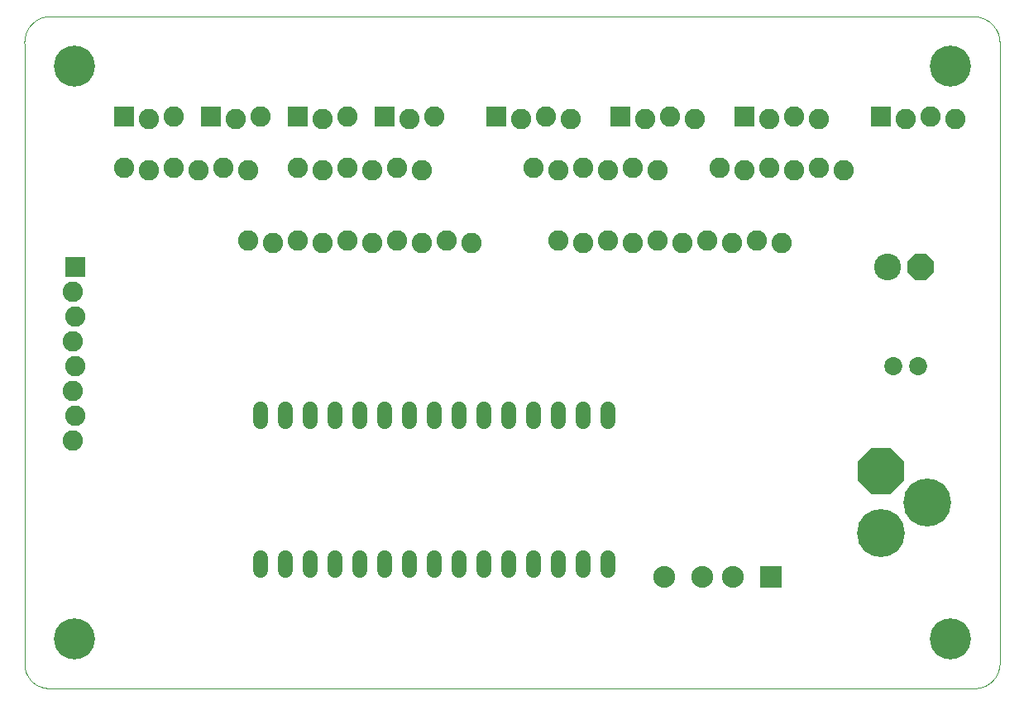
<source format=gbs>
G75*
%MOIN*%
%OFA0B0*%
%FSLAX25Y25*%
%IPPOS*%
%LPD*%
%AMOC8*
5,1,8,0,0,1.08239X$1,22.5*
%
%ADD10OC8,0.18517*%
%ADD11C,0.19304*%
%ADD12C,0.05950*%
%ADD13C,0.00000*%
%ADD14C,0.16548*%
%ADD15R,0.08800X0.08800*%
%ADD16C,0.08800*%
%ADD17C,0.10800*%
%ADD18OC8,0.10800*%
%ADD19C,0.07300*%
%ADD20R,0.08200X0.08200*%
%ADD21C,0.08200*%
D10*
X0350000Y0092500D03*
D11*
X0368750Y0080000D03*
X0350000Y0067500D03*
D12*
X0240000Y0057575D02*
X0240000Y0052425D01*
X0230000Y0052425D02*
X0230000Y0057575D01*
X0220000Y0057575D02*
X0220000Y0052425D01*
X0210000Y0052425D02*
X0210000Y0057575D01*
X0200000Y0057575D02*
X0200000Y0052425D01*
X0190000Y0052425D02*
X0190000Y0057575D01*
X0180000Y0057575D02*
X0180000Y0052425D01*
X0170000Y0052425D02*
X0170000Y0057575D01*
X0160000Y0057575D02*
X0160000Y0052425D01*
X0150000Y0052425D02*
X0150000Y0057575D01*
X0140000Y0057575D02*
X0140000Y0052425D01*
X0130000Y0052425D02*
X0130000Y0057575D01*
X0120000Y0057575D02*
X0120000Y0052425D01*
X0110000Y0052425D02*
X0110000Y0057575D01*
X0100000Y0057575D02*
X0100000Y0052425D01*
X0100000Y0112425D02*
X0100000Y0117575D01*
X0110000Y0117575D02*
X0110000Y0112425D01*
X0120000Y0112425D02*
X0120000Y0117575D01*
X0130000Y0117575D02*
X0130000Y0112425D01*
X0140000Y0112425D02*
X0140000Y0117575D01*
X0150000Y0117575D02*
X0150000Y0112425D01*
X0160000Y0112425D02*
X0160000Y0117575D01*
X0170000Y0117575D02*
X0170000Y0112425D01*
X0180000Y0112425D02*
X0180000Y0117575D01*
X0190000Y0117575D02*
X0190000Y0112425D01*
X0200000Y0112425D02*
X0200000Y0117575D01*
X0210000Y0117575D02*
X0210000Y0112425D01*
X0220000Y0112425D02*
X0220000Y0117575D01*
X0230000Y0117575D02*
X0230000Y0112425D01*
X0240000Y0112425D02*
X0240000Y0117575D01*
D13*
X0032559Y0005000D02*
X0014843Y0005000D01*
X0014605Y0005003D01*
X0014367Y0005011D01*
X0014130Y0005026D01*
X0013893Y0005046D01*
X0013657Y0005072D01*
X0013421Y0005103D01*
X0013186Y0005140D01*
X0012952Y0005183D01*
X0012719Y0005232D01*
X0012487Y0005286D01*
X0012257Y0005346D01*
X0012028Y0005411D01*
X0011801Y0005482D01*
X0011576Y0005558D01*
X0011353Y0005640D01*
X0011131Y0005727D01*
X0010912Y0005819D01*
X0010695Y0005917D01*
X0010481Y0006019D01*
X0010269Y0006127D01*
X0010059Y0006241D01*
X0009853Y0006359D01*
X0009649Y0006482D01*
X0009449Y0006610D01*
X0009252Y0006742D01*
X0009057Y0006880D01*
X0008867Y0007022D01*
X0008679Y0007169D01*
X0008496Y0007320D01*
X0008316Y0007475D01*
X0008140Y0007635D01*
X0007968Y0007799D01*
X0007799Y0007968D01*
X0007635Y0008140D01*
X0007475Y0008316D01*
X0007320Y0008496D01*
X0007169Y0008679D01*
X0007022Y0008867D01*
X0006880Y0009057D01*
X0006742Y0009252D01*
X0006610Y0009449D01*
X0006482Y0009649D01*
X0006359Y0009853D01*
X0006241Y0010059D01*
X0006127Y0010269D01*
X0006019Y0010481D01*
X0005917Y0010695D01*
X0005819Y0010912D01*
X0005727Y0011131D01*
X0005640Y0011353D01*
X0005558Y0011576D01*
X0005482Y0011801D01*
X0005411Y0012028D01*
X0005346Y0012257D01*
X0005286Y0012487D01*
X0005232Y0012719D01*
X0005183Y0012952D01*
X0005140Y0013186D01*
X0005103Y0013421D01*
X0005072Y0013657D01*
X0005046Y0013893D01*
X0005026Y0014130D01*
X0005011Y0014367D01*
X0005003Y0014605D01*
X0005000Y0014843D01*
X0005000Y0036500D01*
X0005000Y0265000D01*
X0004989Y0265252D01*
X0004984Y0265504D01*
X0004986Y0265757D01*
X0004993Y0266009D01*
X0005006Y0266261D01*
X0005026Y0266512D01*
X0005051Y0266763D01*
X0005083Y0267013D01*
X0005121Y0267263D01*
X0005164Y0267511D01*
X0005214Y0267758D01*
X0005270Y0268004D01*
X0005331Y0268249D01*
X0005399Y0268492D01*
X0005472Y0268733D01*
X0005551Y0268973D01*
X0005636Y0269210D01*
X0005727Y0269446D01*
X0005823Y0269679D01*
X0005925Y0269909D01*
X0006032Y0270138D01*
X0006145Y0270363D01*
X0006263Y0270586D01*
X0006387Y0270806D01*
X0006516Y0271022D01*
X0006650Y0271236D01*
X0006789Y0271446D01*
X0006934Y0271653D01*
X0007083Y0271857D01*
X0007237Y0272056D01*
X0007396Y0272252D01*
X0007560Y0272444D01*
X0007728Y0272632D01*
X0007900Y0272816D01*
X0008077Y0272995D01*
X0008259Y0273171D01*
X0008444Y0273342D01*
X0008634Y0273508D01*
X0008828Y0273670D01*
X0009025Y0273827D01*
X0009226Y0273979D01*
X0009431Y0274126D01*
X0009639Y0274268D01*
X0009851Y0274405D01*
X0010066Y0274537D01*
X0010284Y0274664D01*
X0010505Y0274786D01*
X0010729Y0274902D01*
X0010955Y0275012D01*
X0011185Y0275118D01*
X0011416Y0275217D01*
X0011650Y0275311D01*
X0011887Y0275399D01*
X0012125Y0275482D01*
X0012365Y0275559D01*
X0012607Y0275630D01*
X0012851Y0275695D01*
X0013096Y0275754D01*
X0013343Y0275807D01*
X0013590Y0275854D01*
X0013839Y0275895D01*
X0014089Y0275931D01*
X0014339Y0275960D01*
X0014591Y0275983D01*
X0014842Y0276000D01*
X0014843Y0276000D02*
X0064055Y0276000D01*
X0387598Y0276000D01*
X0387857Y0275989D01*
X0388115Y0275973D01*
X0388372Y0275950D01*
X0388630Y0275921D01*
X0388886Y0275886D01*
X0389141Y0275844D01*
X0389395Y0275797D01*
X0389648Y0275743D01*
X0389900Y0275683D01*
X0390150Y0275617D01*
X0390399Y0275545D01*
X0390646Y0275467D01*
X0390890Y0275384D01*
X0391133Y0275294D01*
X0391373Y0275198D01*
X0391611Y0275097D01*
X0391847Y0274990D01*
X0392080Y0274877D01*
X0392310Y0274759D01*
X0392537Y0274635D01*
X0392761Y0274506D01*
X0392982Y0274371D01*
X0393199Y0274231D01*
X0393413Y0274086D01*
X0393624Y0273936D01*
X0393831Y0273780D01*
X0394034Y0273620D01*
X0394233Y0273455D01*
X0394428Y0273285D01*
X0394619Y0273110D01*
X0394805Y0272931D01*
X0394988Y0272748D01*
X0395165Y0272560D01*
X0395339Y0272367D01*
X0395507Y0272171D01*
X0395671Y0271971D01*
X0395829Y0271766D01*
X0395983Y0271558D01*
X0396132Y0271347D01*
X0396276Y0271132D01*
X0396414Y0270913D01*
X0396547Y0270691D01*
X0396674Y0270466D01*
X0396797Y0270238D01*
X0396913Y0270007D01*
X0397024Y0269773D01*
X0397129Y0269537D01*
X0397229Y0269298D01*
X0397323Y0269057D01*
X0397411Y0268814D01*
X0397493Y0268568D01*
X0397569Y0268321D01*
X0397639Y0268072D01*
X0397703Y0267822D01*
X0397760Y0267569D01*
X0397812Y0267316D01*
X0397858Y0267061D01*
X0397897Y0266806D01*
X0397931Y0266549D01*
X0397958Y0266292D01*
X0397979Y0266034D01*
X0397993Y0265776D01*
X0398002Y0265517D01*
X0398004Y0265259D01*
X0398000Y0265000D01*
X0398000Y0243000D01*
X0398000Y0014843D01*
X0398000Y0014842D02*
X0397990Y0014598D01*
X0397975Y0014354D01*
X0397953Y0014110D01*
X0397926Y0013867D01*
X0397893Y0013624D01*
X0397854Y0013383D01*
X0397809Y0013142D01*
X0397758Y0012903D01*
X0397701Y0012665D01*
X0397639Y0012428D01*
X0397571Y0012193D01*
X0397498Y0011960D01*
X0397418Y0011728D01*
X0397334Y0011499D01*
X0397243Y0011271D01*
X0397147Y0011046D01*
X0397046Y0010823D01*
X0396940Y0010603D01*
X0396828Y0010385D01*
X0396711Y0010170D01*
X0396589Y0009958D01*
X0396461Y0009749D01*
X0396329Y0009544D01*
X0396192Y0009341D01*
X0396050Y0009142D01*
X0395903Y0008946D01*
X0395751Y0008754D01*
X0395595Y0008566D01*
X0395434Y0008381D01*
X0395269Y0008201D01*
X0395100Y0008024D01*
X0394926Y0007852D01*
X0394748Y0007683D01*
X0394567Y0007519D01*
X0394381Y0007360D01*
X0394191Y0007205D01*
X0393998Y0007055D01*
X0393802Y0006909D01*
X0393601Y0006769D01*
X0393398Y0006633D01*
X0393191Y0006502D01*
X0392981Y0006376D01*
X0392769Y0006255D01*
X0392553Y0006140D01*
X0392334Y0006029D01*
X0392113Y0005924D01*
X0391890Y0005825D01*
X0391664Y0005730D01*
X0391436Y0005642D01*
X0391206Y0005558D01*
X0390974Y0005481D01*
X0390740Y0005409D01*
X0390504Y0005343D01*
X0390267Y0005282D01*
X0390029Y0005227D01*
X0389789Y0005178D01*
X0389548Y0005135D01*
X0389307Y0005097D01*
X0389064Y0005066D01*
X0388821Y0005040D01*
X0388577Y0005020D01*
X0388332Y0005006D01*
X0388088Y0004998D01*
X0387843Y0004996D01*
X0387598Y0005000D01*
X0032559Y0005000D01*
X0017126Y0025000D02*
X0017128Y0025193D01*
X0017135Y0025386D01*
X0017147Y0025579D01*
X0017164Y0025772D01*
X0017185Y0025964D01*
X0017211Y0026155D01*
X0017242Y0026346D01*
X0017277Y0026536D01*
X0017317Y0026725D01*
X0017362Y0026913D01*
X0017411Y0027100D01*
X0017465Y0027286D01*
X0017523Y0027470D01*
X0017586Y0027653D01*
X0017654Y0027834D01*
X0017725Y0028013D01*
X0017802Y0028191D01*
X0017882Y0028367D01*
X0017967Y0028540D01*
X0018056Y0028712D01*
X0018149Y0028881D01*
X0018246Y0029048D01*
X0018348Y0029213D01*
X0018453Y0029375D01*
X0018562Y0029534D01*
X0018676Y0029691D01*
X0018793Y0029844D01*
X0018913Y0029995D01*
X0019038Y0030143D01*
X0019166Y0030288D01*
X0019297Y0030429D01*
X0019432Y0030568D01*
X0019571Y0030703D01*
X0019712Y0030834D01*
X0019857Y0030962D01*
X0020005Y0031087D01*
X0020156Y0031207D01*
X0020309Y0031324D01*
X0020466Y0031438D01*
X0020625Y0031547D01*
X0020787Y0031652D01*
X0020952Y0031754D01*
X0021119Y0031851D01*
X0021288Y0031944D01*
X0021460Y0032033D01*
X0021633Y0032118D01*
X0021809Y0032198D01*
X0021987Y0032275D01*
X0022166Y0032346D01*
X0022347Y0032414D01*
X0022530Y0032477D01*
X0022714Y0032535D01*
X0022900Y0032589D01*
X0023087Y0032638D01*
X0023275Y0032683D01*
X0023464Y0032723D01*
X0023654Y0032758D01*
X0023845Y0032789D01*
X0024036Y0032815D01*
X0024228Y0032836D01*
X0024421Y0032853D01*
X0024614Y0032865D01*
X0024807Y0032872D01*
X0025000Y0032874D01*
X0025193Y0032872D01*
X0025386Y0032865D01*
X0025579Y0032853D01*
X0025772Y0032836D01*
X0025964Y0032815D01*
X0026155Y0032789D01*
X0026346Y0032758D01*
X0026536Y0032723D01*
X0026725Y0032683D01*
X0026913Y0032638D01*
X0027100Y0032589D01*
X0027286Y0032535D01*
X0027470Y0032477D01*
X0027653Y0032414D01*
X0027834Y0032346D01*
X0028013Y0032275D01*
X0028191Y0032198D01*
X0028367Y0032118D01*
X0028540Y0032033D01*
X0028712Y0031944D01*
X0028881Y0031851D01*
X0029048Y0031754D01*
X0029213Y0031652D01*
X0029375Y0031547D01*
X0029534Y0031438D01*
X0029691Y0031324D01*
X0029844Y0031207D01*
X0029995Y0031087D01*
X0030143Y0030962D01*
X0030288Y0030834D01*
X0030429Y0030703D01*
X0030568Y0030568D01*
X0030703Y0030429D01*
X0030834Y0030288D01*
X0030962Y0030143D01*
X0031087Y0029995D01*
X0031207Y0029844D01*
X0031324Y0029691D01*
X0031438Y0029534D01*
X0031547Y0029375D01*
X0031652Y0029213D01*
X0031754Y0029048D01*
X0031851Y0028881D01*
X0031944Y0028712D01*
X0032033Y0028540D01*
X0032118Y0028367D01*
X0032198Y0028191D01*
X0032275Y0028013D01*
X0032346Y0027834D01*
X0032414Y0027653D01*
X0032477Y0027470D01*
X0032535Y0027286D01*
X0032589Y0027100D01*
X0032638Y0026913D01*
X0032683Y0026725D01*
X0032723Y0026536D01*
X0032758Y0026346D01*
X0032789Y0026155D01*
X0032815Y0025964D01*
X0032836Y0025772D01*
X0032853Y0025579D01*
X0032865Y0025386D01*
X0032872Y0025193D01*
X0032874Y0025000D01*
X0032872Y0024807D01*
X0032865Y0024614D01*
X0032853Y0024421D01*
X0032836Y0024228D01*
X0032815Y0024036D01*
X0032789Y0023845D01*
X0032758Y0023654D01*
X0032723Y0023464D01*
X0032683Y0023275D01*
X0032638Y0023087D01*
X0032589Y0022900D01*
X0032535Y0022714D01*
X0032477Y0022530D01*
X0032414Y0022347D01*
X0032346Y0022166D01*
X0032275Y0021987D01*
X0032198Y0021809D01*
X0032118Y0021633D01*
X0032033Y0021460D01*
X0031944Y0021288D01*
X0031851Y0021119D01*
X0031754Y0020952D01*
X0031652Y0020787D01*
X0031547Y0020625D01*
X0031438Y0020466D01*
X0031324Y0020309D01*
X0031207Y0020156D01*
X0031087Y0020005D01*
X0030962Y0019857D01*
X0030834Y0019712D01*
X0030703Y0019571D01*
X0030568Y0019432D01*
X0030429Y0019297D01*
X0030288Y0019166D01*
X0030143Y0019038D01*
X0029995Y0018913D01*
X0029844Y0018793D01*
X0029691Y0018676D01*
X0029534Y0018562D01*
X0029375Y0018453D01*
X0029213Y0018348D01*
X0029048Y0018246D01*
X0028881Y0018149D01*
X0028712Y0018056D01*
X0028540Y0017967D01*
X0028367Y0017882D01*
X0028191Y0017802D01*
X0028013Y0017725D01*
X0027834Y0017654D01*
X0027653Y0017586D01*
X0027470Y0017523D01*
X0027286Y0017465D01*
X0027100Y0017411D01*
X0026913Y0017362D01*
X0026725Y0017317D01*
X0026536Y0017277D01*
X0026346Y0017242D01*
X0026155Y0017211D01*
X0025964Y0017185D01*
X0025772Y0017164D01*
X0025579Y0017147D01*
X0025386Y0017135D01*
X0025193Y0017128D01*
X0025000Y0017126D01*
X0024807Y0017128D01*
X0024614Y0017135D01*
X0024421Y0017147D01*
X0024228Y0017164D01*
X0024036Y0017185D01*
X0023845Y0017211D01*
X0023654Y0017242D01*
X0023464Y0017277D01*
X0023275Y0017317D01*
X0023087Y0017362D01*
X0022900Y0017411D01*
X0022714Y0017465D01*
X0022530Y0017523D01*
X0022347Y0017586D01*
X0022166Y0017654D01*
X0021987Y0017725D01*
X0021809Y0017802D01*
X0021633Y0017882D01*
X0021460Y0017967D01*
X0021288Y0018056D01*
X0021119Y0018149D01*
X0020952Y0018246D01*
X0020787Y0018348D01*
X0020625Y0018453D01*
X0020466Y0018562D01*
X0020309Y0018676D01*
X0020156Y0018793D01*
X0020005Y0018913D01*
X0019857Y0019038D01*
X0019712Y0019166D01*
X0019571Y0019297D01*
X0019432Y0019432D01*
X0019297Y0019571D01*
X0019166Y0019712D01*
X0019038Y0019857D01*
X0018913Y0020005D01*
X0018793Y0020156D01*
X0018676Y0020309D01*
X0018562Y0020466D01*
X0018453Y0020625D01*
X0018348Y0020787D01*
X0018246Y0020952D01*
X0018149Y0021119D01*
X0018056Y0021288D01*
X0017967Y0021460D01*
X0017882Y0021633D01*
X0017802Y0021809D01*
X0017725Y0021987D01*
X0017654Y0022166D01*
X0017586Y0022347D01*
X0017523Y0022530D01*
X0017465Y0022714D01*
X0017411Y0022900D01*
X0017362Y0023087D01*
X0017317Y0023275D01*
X0017277Y0023464D01*
X0017242Y0023654D01*
X0017211Y0023845D01*
X0017185Y0024036D01*
X0017164Y0024228D01*
X0017147Y0024421D01*
X0017135Y0024614D01*
X0017128Y0024807D01*
X0017126Y0025000D01*
X0017126Y0256000D02*
X0017128Y0256193D01*
X0017135Y0256386D01*
X0017147Y0256579D01*
X0017164Y0256772D01*
X0017185Y0256964D01*
X0017211Y0257155D01*
X0017242Y0257346D01*
X0017277Y0257536D01*
X0017317Y0257725D01*
X0017362Y0257913D01*
X0017411Y0258100D01*
X0017465Y0258286D01*
X0017523Y0258470D01*
X0017586Y0258653D01*
X0017654Y0258834D01*
X0017725Y0259013D01*
X0017802Y0259191D01*
X0017882Y0259367D01*
X0017967Y0259540D01*
X0018056Y0259712D01*
X0018149Y0259881D01*
X0018246Y0260048D01*
X0018348Y0260213D01*
X0018453Y0260375D01*
X0018562Y0260534D01*
X0018676Y0260691D01*
X0018793Y0260844D01*
X0018913Y0260995D01*
X0019038Y0261143D01*
X0019166Y0261288D01*
X0019297Y0261429D01*
X0019432Y0261568D01*
X0019571Y0261703D01*
X0019712Y0261834D01*
X0019857Y0261962D01*
X0020005Y0262087D01*
X0020156Y0262207D01*
X0020309Y0262324D01*
X0020466Y0262438D01*
X0020625Y0262547D01*
X0020787Y0262652D01*
X0020952Y0262754D01*
X0021119Y0262851D01*
X0021288Y0262944D01*
X0021460Y0263033D01*
X0021633Y0263118D01*
X0021809Y0263198D01*
X0021987Y0263275D01*
X0022166Y0263346D01*
X0022347Y0263414D01*
X0022530Y0263477D01*
X0022714Y0263535D01*
X0022900Y0263589D01*
X0023087Y0263638D01*
X0023275Y0263683D01*
X0023464Y0263723D01*
X0023654Y0263758D01*
X0023845Y0263789D01*
X0024036Y0263815D01*
X0024228Y0263836D01*
X0024421Y0263853D01*
X0024614Y0263865D01*
X0024807Y0263872D01*
X0025000Y0263874D01*
X0025193Y0263872D01*
X0025386Y0263865D01*
X0025579Y0263853D01*
X0025772Y0263836D01*
X0025964Y0263815D01*
X0026155Y0263789D01*
X0026346Y0263758D01*
X0026536Y0263723D01*
X0026725Y0263683D01*
X0026913Y0263638D01*
X0027100Y0263589D01*
X0027286Y0263535D01*
X0027470Y0263477D01*
X0027653Y0263414D01*
X0027834Y0263346D01*
X0028013Y0263275D01*
X0028191Y0263198D01*
X0028367Y0263118D01*
X0028540Y0263033D01*
X0028712Y0262944D01*
X0028881Y0262851D01*
X0029048Y0262754D01*
X0029213Y0262652D01*
X0029375Y0262547D01*
X0029534Y0262438D01*
X0029691Y0262324D01*
X0029844Y0262207D01*
X0029995Y0262087D01*
X0030143Y0261962D01*
X0030288Y0261834D01*
X0030429Y0261703D01*
X0030568Y0261568D01*
X0030703Y0261429D01*
X0030834Y0261288D01*
X0030962Y0261143D01*
X0031087Y0260995D01*
X0031207Y0260844D01*
X0031324Y0260691D01*
X0031438Y0260534D01*
X0031547Y0260375D01*
X0031652Y0260213D01*
X0031754Y0260048D01*
X0031851Y0259881D01*
X0031944Y0259712D01*
X0032033Y0259540D01*
X0032118Y0259367D01*
X0032198Y0259191D01*
X0032275Y0259013D01*
X0032346Y0258834D01*
X0032414Y0258653D01*
X0032477Y0258470D01*
X0032535Y0258286D01*
X0032589Y0258100D01*
X0032638Y0257913D01*
X0032683Y0257725D01*
X0032723Y0257536D01*
X0032758Y0257346D01*
X0032789Y0257155D01*
X0032815Y0256964D01*
X0032836Y0256772D01*
X0032853Y0256579D01*
X0032865Y0256386D01*
X0032872Y0256193D01*
X0032874Y0256000D01*
X0032872Y0255807D01*
X0032865Y0255614D01*
X0032853Y0255421D01*
X0032836Y0255228D01*
X0032815Y0255036D01*
X0032789Y0254845D01*
X0032758Y0254654D01*
X0032723Y0254464D01*
X0032683Y0254275D01*
X0032638Y0254087D01*
X0032589Y0253900D01*
X0032535Y0253714D01*
X0032477Y0253530D01*
X0032414Y0253347D01*
X0032346Y0253166D01*
X0032275Y0252987D01*
X0032198Y0252809D01*
X0032118Y0252633D01*
X0032033Y0252460D01*
X0031944Y0252288D01*
X0031851Y0252119D01*
X0031754Y0251952D01*
X0031652Y0251787D01*
X0031547Y0251625D01*
X0031438Y0251466D01*
X0031324Y0251309D01*
X0031207Y0251156D01*
X0031087Y0251005D01*
X0030962Y0250857D01*
X0030834Y0250712D01*
X0030703Y0250571D01*
X0030568Y0250432D01*
X0030429Y0250297D01*
X0030288Y0250166D01*
X0030143Y0250038D01*
X0029995Y0249913D01*
X0029844Y0249793D01*
X0029691Y0249676D01*
X0029534Y0249562D01*
X0029375Y0249453D01*
X0029213Y0249348D01*
X0029048Y0249246D01*
X0028881Y0249149D01*
X0028712Y0249056D01*
X0028540Y0248967D01*
X0028367Y0248882D01*
X0028191Y0248802D01*
X0028013Y0248725D01*
X0027834Y0248654D01*
X0027653Y0248586D01*
X0027470Y0248523D01*
X0027286Y0248465D01*
X0027100Y0248411D01*
X0026913Y0248362D01*
X0026725Y0248317D01*
X0026536Y0248277D01*
X0026346Y0248242D01*
X0026155Y0248211D01*
X0025964Y0248185D01*
X0025772Y0248164D01*
X0025579Y0248147D01*
X0025386Y0248135D01*
X0025193Y0248128D01*
X0025000Y0248126D01*
X0024807Y0248128D01*
X0024614Y0248135D01*
X0024421Y0248147D01*
X0024228Y0248164D01*
X0024036Y0248185D01*
X0023845Y0248211D01*
X0023654Y0248242D01*
X0023464Y0248277D01*
X0023275Y0248317D01*
X0023087Y0248362D01*
X0022900Y0248411D01*
X0022714Y0248465D01*
X0022530Y0248523D01*
X0022347Y0248586D01*
X0022166Y0248654D01*
X0021987Y0248725D01*
X0021809Y0248802D01*
X0021633Y0248882D01*
X0021460Y0248967D01*
X0021288Y0249056D01*
X0021119Y0249149D01*
X0020952Y0249246D01*
X0020787Y0249348D01*
X0020625Y0249453D01*
X0020466Y0249562D01*
X0020309Y0249676D01*
X0020156Y0249793D01*
X0020005Y0249913D01*
X0019857Y0250038D01*
X0019712Y0250166D01*
X0019571Y0250297D01*
X0019432Y0250432D01*
X0019297Y0250571D01*
X0019166Y0250712D01*
X0019038Y0250857D01*
X0018913Y0251005D01*
X0018793Y0251156D01*
X0018676Y0251309D01*
X0018562Y0251466D01*
X0018453Y0251625D01*
X0018348Y0251787D01*
X0018246Y0251952D01*
X0018149Y0252119D01*
X0018056Y0252288D01*
X0017967Y0252460D01*
X0017882Y0252633D01*
X0017802Y0252809D01*
X0017725Y0252987D01*
X0017654Y0253166D01*
X0017586Y0253347D01*
X0017523Y0253530D01*
X0017465Y0253714D01*
X0017411Y0253900D01*
X0017362Y0254087D01*
X0017317Y0254275D01*
X0017277Y0254464D01*
X0017242Y0254654D01*
X0017211Y0254845D01*
X0017185Y0255036D01*
X0017164Y0255228D01*
X0017147Y0255421D01*
X0017135Y0255614D01*
X0017128Y0255807D01*
X0017126Y0256000D01*
X0370126Y0256000D02*
X0370128Y0256193D01*
X0370135Y0256386D01*
X0370147Y0256579D01*
X0370164Y0256772D01*
X0370185Y0256964D01*
X0370211Y0257155D01*
X0370242Y0257346D01*
X0370277Y0257536D01*
X0370317Y0257725D01*
X0370362Y0257913D01*
X0370411Y0258100D01*
X0370465Y0258286D01*
X0370523Y0258470D01*
X0370586Y0258653D01*
X0370654Y0258834D01*
X0370725Y0259013D01*
X0370802Y0259191D01*
X0370882Y0259367D01*
X0370967Y0259540D01*
X0371056Y0259712D01*
X0371149Y0259881D01*
X0371246Y0260048D01*
X0371348Y0260213D01*
X0371453Y0260375D01*
X0371562Y0260534D01*
X0371676Y0260691D01*
X0371793Y0260844D01*
X0371913Y0260995D01*
X0372038Y0261143D01*
X0372166Y0261288D01*
X0372297Y0261429D01*
X0372432Y0261568D01*
X0372571Y0261703D01*
X0372712Y0261834D01*
X0372857Y0261962D01*
X0373005Y0262087D01*
X0373156Y0262207D01*
X0373309Y0262324D01*
X0373466Y0262438D01*
X0373625Y0262547D01*
X0373787Y0262652D01*
X0373952Y0262754D01*
X0374119Y0262851D01*
X0374288Y0262944D01*
X0374460Y0263033D01*
X0374633Y0263118D01*
X0374809Y0263198D01*
X0374987Y0263275D01*
X0375166Y0263346D01*
X0375347Y0263414D01*
X0375530Y0263477D01*
X0375714Y0263535D01*
X0375900Y0263589D01*
X0376087Y0263638D01*
X0376275Y0263683D01*
X0376464Y0263723D01*
X0376654Y0263758D01*
X0376845Y0263789D01*
X0377036Y0263815D01*
X0377228Y0263836D01*
X0377421Y0263853D01*
X0377614Y0263865D01*
X0377807Y0263872D01*
X0378000Y0263874D01*
X0378193Y0263872D01*
X0378386Y0263865D01*
X0378579Y0263853D01*
X0378772Y0263836D01*
X0378964Y0263815D01*
X0379155Y0263789D01*
X0379346Y0263758D01*
X0379536Y0263723D01*
X0379725Y0263683D01*
X0379913Y0263638D01*
X0380100Y0263589D01*
X0380286Y0263535D01*
X0380470Y0263477D01*
X0380653Y0263414D01*
X0380834Y0263346D01*
X0381013Y0263275D01*
X0381191Y0263198D01*
X0381367Y0263118D01*
X0381540Y0263033D01*
X0381712Y0262944D01*
X0381881Y0262851D01*
X0382048Y0262754D01*
X0382213Y0262652D01*
X0382375Y0262547D01*
X0382534Y0262438D01*
X0382691Y0262324D01*
X0382844Y0262207D01*
X0382995Y0262087D01*
X0383143Y0261962D01*
X0383288Y0261834D01*
X0383429Y0261703D01*
X0383568Y0261568D01*
X0383703Y0261429D01*
X0383834Y0261288D01*
X0383962Y0261143D01*
X0384087Y0260995D01*
X0384207Y0260844D01*
X0384324Y0260691D01*
X0384438Y0260534D01*
X0384547Y0260375D01*
X0384652Y0260213D01*
X0384754Y0260048D01*
X0384851Y0259881D01*
X0384944Y0259712D01*
X0385033Y0259540D01*
X0385118Y0259367D01*
X0385198Y0259191D01*
X0385275Y0259013D01*
X0385346Y0258834D01*
X0385414Y0258653D01*
X0385477Y0258470D01*
X0385535Y0258286D01*
X0385589Y0258100D01*
X0385638Y0257913D01*
X0385683Y0257725D01*
X0385723Y0257536D01*
X0385758Y0257346D01*
X0385789Y0257155D01*
X0385815Y0256964D01*
X0385836Y0256772D01*
X0385853Y0256579D01*
X0385865Y0256386D01*
X0385872Y0256193D01*
X0385874Y0256000D01*
X0385872Y0255807D01*
X0385865Y0255614D01*
X0385853Y0255421D01*
X0385836Y0255228D01*
X0385815Y0255036D01*
X0385789Y0254845D01*
X0385758Y0254654D01*
X0385723Y0254464D01*
X0385683Y0254275D01*
X0385638Y0254087D01*
X0385589Y0253900D01*
X0385535Y0253714D01*
X0385477Y0253530D01*
X0385414Y0253347D01*
X0385346Y0253166D01*
X0385275Y0252987D01*
X0385198Y0252809D01*
X0385118Y0252633D01*
X0385033Y0252460D01*
X0384944Y0252288D01*
X0384851Y0252119D01*
X0384754Y0251952D01*
X0384652Y0251787D01*
X0384547Y0251625D01*
X0384438Y0251466D01*
X0384324Y0251309D01*
X0384207Y0251156D01*
X0384087Y0251005D01*
X0383962Y0250857D01*
X0383834Y0250712D01*
X0383703Y0250571D01*
X0383568Y0250432D01*
X0383429Y0250297D01*
X0383288Y0250166D01*
X0383143Y0250038D01*
X0382995Y0249913D01*
X0382844Y0249793D01*
X0382691Y0249676D01*
X0382534Y0249562D01*
X0382375Y0249453D01*
X0382213Y0249348D01*
X0382048Y0249246D01*
X0381881Y0249149D01*
X0381712Y0249056D01*
X0381540Y0248967D01*
X0381367Y0248882D01*
X0381191Y0248802D01*
X0381013Y0248725D01*
X0380834Y0248654D01*
X0380653Y0248586D01*
X0380470Y0248523D01*
X0380286Y0248465D01*
X0380100Y0248411D01*
X0379913Y0248362D01*
X0379725Y0248317D01*
X0379536Y0248277D01*
X0379346Y0248242D01*
X0379155Y0248211D01*
X0378964Y0248185D01*
X0378772Y0248164D01*
X0378579Y0248147D01*
X0378386Y0248135D01*
X0378193Y0248128D01*
X0378000Y0248126D01*
X0377807Y0248128D01*
X0377614Y0248135D01*
X0377421Y0248147D01*
X0377228Y0248164D01*
X0377036Y0248185D01*
X0376845Y0248211D01*
X0376654Y0248242D01*
X0376464Y0248277D01*
X0376275Y0248317D01*
X0376087Y0248362D01*
X0375900Y0248411D01*
X0375714Y0248465D01*
X0375530Y0248523D01*
X0375347Y0248586D01*
X0375166Y0248654D01*
X0374987Y0248725D01*
X0374809Y0248802D01*
X0374633Y0248882D01*
X0374460Y0248967D01*
X0374288Y0249056D01*
X0374119Y0249149D01*
X0373952Y0249246D01*
X0373787Y0249348D01*
X0373625Y0249453D01*
X0373466Y0249562D01*
X0373309Y0249676D01*
X0373156Y0249793D01*
X0373005Y0249913D01*
X0372857Y0250038D01*
X0372712Y0250166D01*
X0372571Y0250297D01*
X0372432Y0250432D01*
X0372297Y0250571D01*
X0372166Y0250712D01*
X0372038Y0250857D01*
X0371913Y0251005D01*
X0371793Y0251156D01*
X0371676Y0251309D01*
X0371562Y0251466D01*
X0371453Y0251625D01*
X0371348Y0251787D01*
X0371246Y0251952D01*
X0371149Y0252119D01*
X0371056Y0252288D01*
X0370967Y0252460D01*
X0370882Y0252633D01*
X0370802Y0252809D01*
X0370725Y0252987D01*
X0370654Y0253166D01*
X0370586Y0253347D01*
X0370523Y0253530D01*
X0370465Y0253714D01*
X0370411Y0253900D01*
X0370362Y0254087D01*
X0370317Y0254275D01*
X0370277Y0254464D01*
X0370242Y0254654D01*
X0370211Y0254845D01*
X0370185Y0255036D01*
X0370164Y0255228D01*
X0370147Y0255421D01*
X0370135Y0255614D01*
X0370128Y0255807D01*
X0370126Y0256000D01*
X0370126Y0025000D02*
X0370128Y0025193D01*
X0370135Y0025386D01*
X0370147Y0025579D01*
X0370164Y0025772D01*
X0370185Y0025964D01*
X0370211Y0026155D01*
X0370242Y0026346D01*
X0370277Y0026536D01*
X0370317Y0026725D01*
X0370362Y0026913D01*
X0370411Y0027100D01*
X0370465Y0027286D01*
X0370523Y0027470D01*
X0370586Y0027653D01*
X0370654Y0027834D01*
X0370725Y0028013D01*
X0370802Y0028191D01*
X0370882Y0028367D01*
X0370967Y0028540D01*
X0371056Y0028712D01*
X0371149Y0028881D01*
X0371246Y0029048D01*
X0371348Y0029213D01*
X0371453Y0029375D01*
X0371562Y0029534D01*
X0371676Y0029691D01*
X0371793Y0029844D01*
X0371913Y0029995D01*
X0372038Y0030143D01*
X0372166Y0030288D01*
X0372297Y0030429D01*
X0372432Y0030568D01*
X0372571Y0030703D01*
X0372712Y0030834D01*
X0372857Y0030962D01*
X0373005Y0031087D01*
X0373156Y0031207D01*
X0373309Y0031324D01*
X0373466Y0031438D01*
X0373625Y0031547D01*
X0373787Y0031652D01*
X0373952Y0031754D01*
X0374119Y0031851D01*
X0374288Y0031944D01*
X0374460Y0032033D01*
X0374633Y0032118D01*
X0374809Y0032198D01*
X0374987Y0032275D01*
X0375166Y0032346D01*
X0375347Y0032414D01*
X0375530Y0032477D01*
X0375714Y0032535D01*
X0375900Y0032589D01*
X0376087Y0032638D01*
X0376275Y0032683D01*
X0376464Y0032723D01*
X0376654Y0032758D01*
X0376845Y0032789D01*
X0377036Y0032815D01*
X0377228Y0032836D01*
X0377421Y0032853D01*
X0377614Y0032865D01*
X0377807Y0032872D01*
X0378000Y0032874D01*
X0378193Y0032872D01*
X0378386Y0032865D01*
X0378579Y0032853D01*
X0378772Y0032836D01*
X0378964Y0032815D01*
X0379155Y0032789D01*
X0379346Y0032758D01*
X0379536Y0032723D01*
X0379725Y0032683D01*
X0379913Y0032638D01*
X0380100Y0032589D01*
X0380286Y0032535D01*
X0380470Y0032477D01*
X0380653Y0032414D01*
X0380834Y0032346D01*
X0381013Y0032275D01*
X0381191Y0032198D01*
X0381367Y0032118D01*
X0381540Y0032033D01*
X0381712Y0031944D01*
X0381881Y0031851D01*
X0382048Y0031754D01*
X0382213Y0031652D01*
X0382375Y0031547D01*
X0382534Y0031438D01*
X0382691Y0031324D01*
X0382844Y0031207D01*
X0382995Y0031087D01*
X0383143Y0030962D01*
X0383288Y0030834D01*
X0383429Y0030703D01*
X0383568Y0030568D01*
X0383703Y0030429D01*
X0383834Y0030288D01*
X0383962Y0030143D01*
X0384087Y0029995D01*
X0384207Y0029844D01*
X0384324Y0029691D01*
X0384438Y0029534D01*
X0384547Y0029375D01*
X0384652Y0029213D01*
X0384754Y0029048D01*
X0384851Y0028881D01*
X0384944Y0028712D01*
X0385033Y0028540D01*
X0385118Y0028367D01*
X0385198Y0028191D01*
X0385275Y0028013D01*
X0385346Y0027834D01*
X0385414Y0027653D01*
X0385477Y0027470D01*
X0385535Y0027286D01*
X0385589Y0027100D01*
X0385638Y0026913D01*
X0385683Y0026725D01*
X0385723Y0026536D01*
X0385758Y0026346D01*
X0385789Y0026155D01*
X0385815Y0025964D01*
X0385836Y0025772D01*
X0385853Y0025579D01*
X0385865Y0025386D01*
X0385872Y0025193D01*
X0385874Y0025000D01*
X0385872Y0024807D01*
X0385865Y0024614D01*
X0385853Y0024421D01*
X0385836Y0024228D01*
X0385815Y0024036D01*
X0385789Y0023845D01*
X0385758Y0023654D01*
X0385723Y0023464D01*
X0385683Y0023275D01*
X0385638Y0023087D01*
X0385589Y0022900D01*
X0385535Y0022714D01*
X0385477Y0022530D01*
X0385414Y0022347D01*
X0385346Y0022166D01*
X0385275Y0021987D01*
X0385198Y0021809D01*
X0385118Y0021633D01*
X0385033Y0021460D01*
X0384944Y0021288D01*
X0384851Y0021119D01*
X0384754Y0020952D01*
X0384652Y0020787D01*
X0384547Y0020625D01*
X0384438Y0020466D01*
X0384324Y0020309D01*
X0384207Y0020156D01*
X0384087Y0020005D01*
X0383962Y0019857D01*
X0383834Y0019712D01*
X0383703Y0019571D01*
X0383568Y0019432D01*
X0383429Y0019297D01*
X0383288Y0019166D01*
X0383143Y0019038D01*
X0382995Y0018913D01*
X0382844Y0018793D01*
X0382691Y0018676D01*
X0382534Y0018562D01*
X0382375Y0018453D01*
X0382213Y0018348D01*
X0382048Y0018246D01*
X0381881Y0018149D01*
X0381712Y0018056D01*
X0381540Y0017967D01*
X0381367Y0017882D01*
X0381191Y0017802D01*
X0381013Y0017725D01*
X0380834Y0017654D01*
X0380653Y0017586D01*
X0380470Y0017523D01*
X0380286Y0017465D01*
X0380100Y0017411D01*
X0379913Y0017362D01*
X0379725Y0017317D01*
X0379536Y0017277D01*
X0379346Y0017242D01*
X0379155Y0017211D01*
X0378964Y0017185D01*
X0378772Y0017164D01*
X0378579Y0017147D01*
X0378386Y0017135D01*
X0378193Y0017128D01*
X0378000Y0017126D01*
X0377807Y0017128D01*
X0377614Y0017135D01*
X0377421Y0017147D01*
X0377228Y0017164D01*
X0377036Y0017185D01*
X0376845Y0017211D01*
X0376654Y0017242D01*
X0376464Y0017277D01*
X0376275Y0017317D01*
X0376087Y0017362D01*
X0375900Y0017411D01*
X0375714Y0017465D01*
X0375530Y0017523D01*
X0375347Y0017586D01*
X0375166Y0017654D01*
X0374987Y0017725D01*
X0374809Y0017802D01*
X0374633Y0017882D01*
X0374460Y0017967D01*
X0374288Y0018056D01*
X0374119Y0018149D01*
X0373952Y0018246D01*
X0373787Y0018348D01*
X0373625Y0018453D01*
X0373466Y0018562D01*
X0373309Y0018676D01*
X0373156Y0018793D01*
X0373005Y0018913D01*
X0372857Y0019038D01*
X0372712Y0019166D01*
X0372571Y0019297D01*
X0372432Y0019432D01*
X0372297Y0019571D01*
X0372166Y0019712D01*
X0372038Y0019857D01*
X0371913Y0020005D01*
X0371793Y0020156D01*
X0371676Y0020309D01*
X0371562Y0020466D01*
X0371453Y0020625D01*
X0371348Y0020787D01*
X0371246Y0020952D01*
X0371149Y0021119D01*
X0371056Y0021288D01*
X0370967Y0021460D01*
X0370882Y0021633D01*
X0370802Y0021809D01*
X0370725Y0021987D01*
X0370654Y0022166D01*
X0370586Y0022347D01*
X0370523Y0022530D01*
X0370465Y0022714D01*
X0370411Y0022900D01*
X0370362Y0023087D01*
X0370317Y0023275D01*
X0370277Y0023464D01*
X0370242Y0023654D01*
X0370211Y0023845D01*
X0370185Y0024036D01*
X0370164Y0024228D01*
X0370147Y0024421D01*
X0370135Y0024614D01*
X0370128Y0024807D01*
X0370126Y0025000D01*
D14*
X0378000Y0025000D03*
X0378000Y0256000D03*
X0025000Y0256000D03*
X0025000Y0025000D03*
D15*
X0305700Y0050000D03*
D16*
X0290520Y0050000D03*
X0278141Y0050000D03*
X0262961Y0050000D03*
D17*
X0352953Y0175000D03*
D18*
X0366063Y0175000D03*
D19*
X0365000Y0135000D03*
X0355000Y0135000D03*
D20*
X0350000Y0235500D03*
X0295000Y0235500D03*
X0245000Y0235500D03*
X0195000Y0235500D03*
X0150000Y0235500D03*
X0115000Y0235500D03*
X0080000Y0235500D03*
X0045000Y0235500D03*
X0025500Y0175000D03*
D21*
X0024500Y0165000D03*
X0025500Y0155000D03*
X0024500Y0145000D03*
X0025500Y0135000D03*
X0024500Y0125000D03*
X0025500Y0115000D03*
X0024500Y0105000D03*
X0105000Y0184500D03*
X0095000Y0185500D03*
X0115000Y0185500D03*
X0125000Y0184500D03*
X0135000Y0185500D03*
X0145000Y0184500D03*
X0155000Y0185500D03*
X0165000Y0184500D03*
X0175000Y0185500D03*
X0185000Y0184500D03*
X0220000Y0185500D03*
X0230000Y0184500D03*
X0240000Y0185500D03*
X0250000Y0184500D03*
X0260000Y0185500D03*
X0270000Y0184500D03*
X0280000Y0185500D03*
X0290000Y0184500D03*
X0300000Y0185500D03*
X0310000Y0184500D03*
X0315000Y0214000D03*
X0325000Y0215000D03*
X0335000Y0214000D03*
X0325000Y0234500D03*
X0315000Y0235500D03*
X0305000Y0234500D03*
X0305000Y0215000D03*
X0295000Y0214000D03*
X0285000Y0215000D03*
X0275000Y0234500D03*
X0265000Y0235500D03*
X0255000Y0234500D03*
X0250000Y0215000D03*
X0240000Y0214000D03*
X0230000Y0215000D03*
X0220000Y0214000D03*
X0210000Y0215000D03*
X0205000Y0234500D03*
X0215000Y0235500D03*
X0225000Y0234500D03*
X0260000Y0214000D03*
X0170000Y0235500D03*
X0160000Y0234500D03*
X0155000Y0215000D03*
X0145000Y0214000D03*
X0135000Y0215000D03*
X0125000Y0214000D03*
X0115000Y0215000D03*
X0095000Y0214000D03*
X0085000Y0215000D03*
X0075000Y0214000D03*
X0065000Y0215000D03*
X0055000Y0214000D03*
X0045000Y0215000D03*
X0055000Y0234500D03*
X0065000Y0235500D03*
X0090000Y0234500D03*
X0100000Y0235500D03*
X0125000Y0234500D03*
X0135000Y0235500D03*
X0165000Y0214000D03*
X0360000Y0234500D03*
X0370000Y0235500D03*
X0380000Y0234500D03*
M02*

</source>
